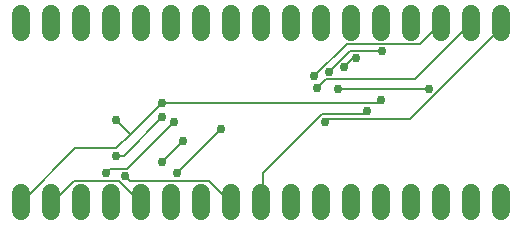
<source format=gbr>
G04 EAGLE Gerber RS-274X export*
G75*
%MOMM*%
%FSLAX34Y34*%
%LPD*%
%INBottom Copper*%
%IPPOS*%
%AMOC8*
5,1,8,0,0,1.08239X$1,22.5*%
G01*
%ADD10C,1.524000*%
%ADD11C,0.152400*%
%ADD12C,0.756400*%


D10*
X23400Y14780D02*
X23400Y30020D01*
X48800Y30020D02*
X48800Y14780D01*
X74200Y14780D02*
X74200Y30020D01*
X99600Y30020D02*
X99600Y14780D01*
X125000Y14780D02*
X125000Y30020D01*
X150400Y30020D02*
X150400Y14780D01*
X175800Y14780D02*
X175800Y30020D01*
X201200Y30020D02*
X201200Y14780D01*
X226600Y14780D02*
X226600Y30020D01*
X252000Y30020D02*
X252000Y14780D01*
X277400Y14780D02*
X277400Y30020D01*
X302800Y30020D02*
X302800Y14780D01*
X328200Y14780D02*
X328200Y30020D01*
X353600Y30020D02*
X353600Y14780D01*
X379000Y14780D02*
X379000Y30020D01*
X404400Y30020D02*
X404400Y14780D01*
X429800Y14780D02*
X429800Y30020D01*
X429800Y166280D02*
X429800Y181520D01*
X404400Y181520D02*
X404400Y166280D01*
X379000Y166280D02*
X379000Y181520D01*
X353600Y181520D02*
X353600Y166280D01*
X328200Y166280D02*
X328200Y181520D01*
X302800Y181520D02*
X302800Y166280D01*
X277400Y166280D02*
X277400Y181520D01*
X252000Y181520D02*
X252000Y166280D01*
X226600Y166280D02*
X226600Y181520D01*
X201200Y181520D02*
X201200Y166280D01*
X175800Y166280D02*
X175800Y181520D01*
X150400Y181520D02*
X150400Y166280D01*
X125000Y166280D02*
X125000Y181520D01*
X99600Y181520D02*
X99600Y166280D01*
X74200Y166280D02*
X74200Y181520D01*
X48800Y181520D02*
X48800Y166280D01*
X23400Y166280D02*
X23400Y181520D01*
D11*
X291250Y117500D02*
X368750Y117500D01*
D12*
X291250Y117500D03*
X368750Y117500D03*
D11*
X67500Y40000D02*
X50000Y22500D01*
X67500Y40000D02*
X106250Y40000D01*
X123750Y22500D01*
X125000Y22500D01*
X50000Y22500D02*
X48800Y22400D01*
X125000Y22500D02*
X125000Y22400D01*
X103750Y67500D02*
X116250Y80000D01*
X142500Y106250D01*
X103750Y67500D02*
X68750Y67500D01*
X23750Y22500D01*
X23400Y22400D01*
X103750Y91250D02*
X115000Y80000D01*
X116250Y80000D01*
X325000Y106250D02*
X327500Y108750D01*
X325000Y106250D02*
X142500Y106250D01*
D12*
X142500Y106250D03*
X103750Y91250D03*
X327500Y108750D03*
D11*
X115000Y40000D02*
X111250Y43750D01*
X115000Y40000D02*
X182500Y40000D01*
X200000Y22500D01*
X201200Y22400D01*
D12*
X111250Y43750D03*
D11*
X313750Y96250D02*
X316250Y98750D01*
X313750Y96250D02*
X277500Y96250D01*
X227500Y46250D01*
X227500Y22500D01*
X226600Y22400D01*
D12*
X316250Y98750D03*
D11*
X281250Y126250D02*
X273750Y118750D01*
X281250Y126250D02*
X356250Y126250D01*
X403750Y173750D01*
X404400Y173900D01*
D12*
X273750Y118750D03*
D11*
X282500Y92500D02*
X280000Y90000D01*
X282500Y92500D02*
X352500Y92500D01*
X428750Y168750D01*
X428750Y173750D01*
X429800Y173900D01*
D12*
X280000Y90000D03*
D11*
X296250Y136250D02*
X303750Y143750D01*
X306250Y143750D01*
D12*
X296250Y136250D03*
X306250Y143750D03*
D11*
X301250Y150000D02*
X283750Y132500D01*
X301250Y150000D02*
X328750Y150000D01*
D12*
X283750Y132500D03*
X328750Y150000D03*
D11*
X298750Y156250D02*
X271250Y128750D01*
X298750Y156250D02*
X361250Y156250D01*
X378750Y173750D01*
X379000Y173900D01*
D12*
X271250Y128750D03*
D11*
X192500Y83750D02*
X155000Y46250D01*
D12*
X192500Y83750D03*
X155000Y46250D03*
D11*
X112500Y50000D02*
X152500Y90000D01*
X112500Y50000D02*
X98750Y50000D01*
X95000Y46250D01*
D12*
X152500Y90000D03*
X95000Y46250D03*
D11*
X142500Y56250D02*
X160000Y73750D01*
D12*
X160000Y73750D03*
X142500Y56250D03*
D11*
X110000Y61250D02*
X142500Y93750D01*
X110000Y61250D02*
X103750Y61250D01*
D12*
X142500Y93750D03*
X103750Y61250D03*
M02*

</source>
